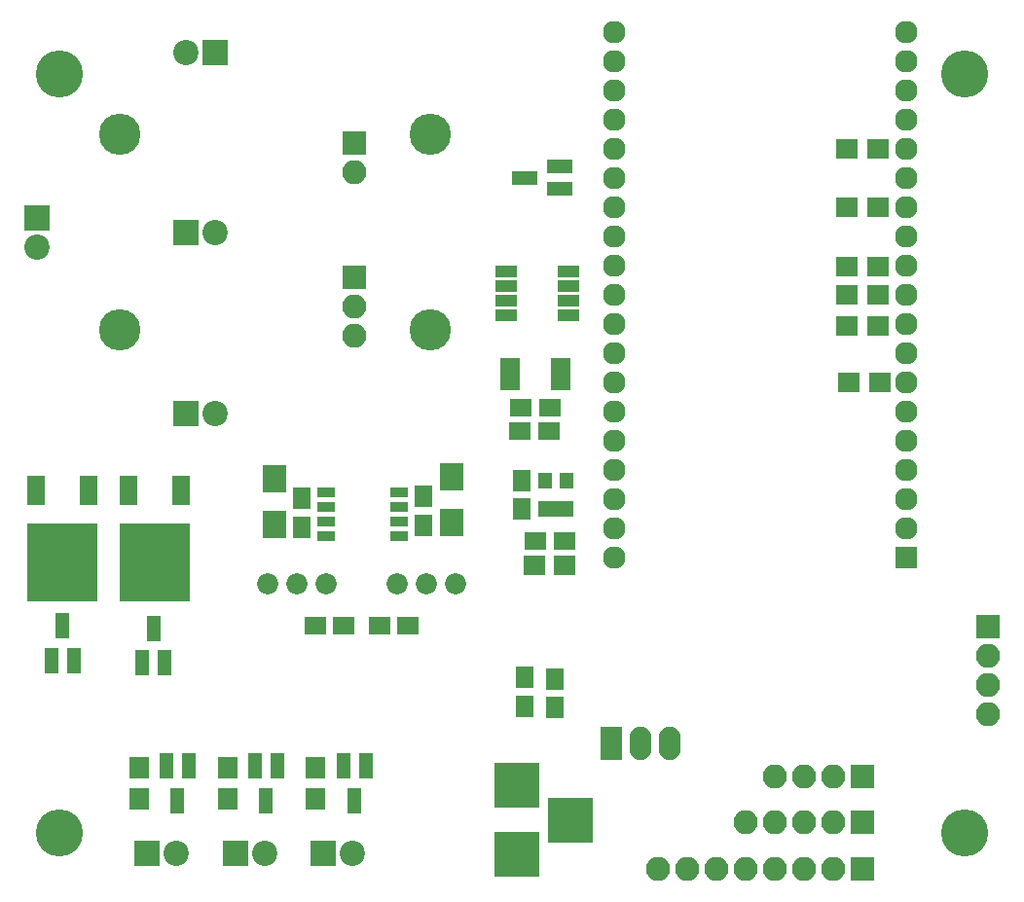
<source format=gts>
G04 #@! TF.GenerationSoftware,KiCad,Pcbnew,(5.0.0)*
G04 #@! TF.CreationDate,2018-12-05T14:54:44-08:00*
G04 #@! TF.ProjectId,TestPlatformBoard,54657374506C6174666F726D426F6172,rev?*
G04 #@! TF.SameCoordinates,Original*
G04 #@! TF.FileFunction,Soldermask,Top*
G04 #@! TF.FilePolarity,Negative*
%FSLAX46Y46*%
G04 Gerber Fmt 4.6, Leading zero omitted, Abs format (unit mm)*
G04 Created by KiCad (PCBNEW (5.0.0)) date 12/05/18 14:54:44*
%MOMM*%
%LPD*%
G01*
G04 APERTURE LIST*
%ADD10R,1.900000X1.700000*%
%ADD11R,1.200000X2.300000*%
%ADD12C,1.960000*%
%ADD13R,1.960000X1.960000*%
%ADD14R,1.650000X1.900000*%
%ADD15R,1.700000X1.900000*%
%ADD16R,1.800000X0.850000*%
%ADD17R,1.925000X1.050000*%
%ADD18O,2.100000X2.100000*%
%ADD19R,2.100000X2.100000*%
%ADD20R,1.200000X1.400000*%
%ADD21R,1.000000X1.400000*%
%ADD22R,1.600000X2.600000*%
%ADD23R,6.200000X6.800000*%
%ADD24R,2.200000X2.200000*%
%ADD25C,2.200000*%
%ADD26R,1.900000X1.650000*%
%ADD27R,2.300000X1.200000*%
%ADD28C,1.840000*%
%ADD29R,2.100000X2.400000*%
%ADD30R,1.543000X0.908000*%
%ADD31R,3.900000X3.900000*%
%ADD32C,4.100000*%
%ADD33C,3.600000*%
%ADD34O,1.900000X2.900000*%
%ADD35R,1.900000X2.900000*%
G04 APERTURE END LIST*
D10*
G04 #@! TO.C,R4*
X76350000Y-27000000D03*
X73650000Y-27000000D03*
G04 #@! TD*
D11*
G04 #@! TO.C,Q1*
X12350000Y-56300000D03*
X14250000Y-56300000D03*
X13300000Y-53300000D03*
G04 #@! TD*
D12*
G04 #@! TO.C,U1*
X53400000Y-1440000D03*
X53400000Y-3980000D03*
X53400000Y-6520000D03*
X53400000Y-9060000D03*
X53400000Y-11600000D03*
X53400000Y-14140000D03*
X53400000Y-16680000D03*
X53400000Y-19220000D03*
X53400000Y-21760000D03*
X53400000Y-24300000D03*
X53400000Y-26840000D03*
X53400000Y-29380000D03*
X53400000Y-31920000D03*
X53400000Y-34460000D03*
X53400000Y-37000000D03*
X53400000Y-39540000D03*
X53400000Y-42080000D03*
X53400000Y-44620000D03*
X53400000Y-47160000D03*
X78800000Y-3980000D03*
X78800000Y-6520000D03*
X78800000Y-9060000D03*
X78800000Y-11600000D03*
X78800000Y-14140000D03*
X78800000Y-16680000D03*
X78800000Y-19220000D03*
X78800000Y-21760000D03*
X78800000Y-24300000D03*
X78800000Y-26840000D03*
X78800000Y-29380000D03*
X78800000Y-31920000D03*
X78800000Y-34460000D03*
X78800000Y-37000000D03*
X78800000Y-39540000D03*
X78800000Y-42080000D03*
X78800000Y-1440000D03*
X78800000Y-44620000D03*
D13*
X78800000Y-47160000D03*
G04 #@! TD*
D14*
G04 #@! TO.C,C9*
X36800000Y-44350000D03*
X36800000Y-41850000D03*
G04 #@! TD*
G04 #@! TO.C,C10*
X26200000Y-42000000D03*
X26200000Y-44500000D03*
G04 #@! TD*
D10*
G04 #@! TO.C,R1*
X76350000Y-16700000D03*
X73650000Y-16700000D03*
G04 #@! TD*
D15*
G04 #@! TO.C,R5*
X27400000Y-68150000D03*
X27400000Y-65450000D03*
G04 #@! TD*
D10*
G04 #@! TO.C,R6*
X73650000Y-21800000D03*
X76350000Y-21800000D03*
G04 #@! TD*
G04 #@! TO.C,R2*
X76350000Y-11600000D03*
X73650000Y-11600000D03*
G04 #@! TD*
G04 #@! TO.C,R8*
X73650000Y-24300000D03*
X76350000Y-24300000D03*
G04 #@! TD*
D15*
G04 #@! TO.C,R7*
X12100000Y-68150000D03*
X12100000Y-65450000D03*
G04 #@! TD*
D10*
G04 #@! TO.C,R3*
X76450000Y-31950000D03*
X73750000Y-31950000D03*
G04 #@! TD*
D16*
G04 #@! TO.C,IC4*
X44300000Y-30200000D03*
X44300000Y-30850000D03*
X44300000Y-31500000D03*
X44300000Y-32150000D03*
X48700000Y-32150000D03*
X48700000Y-31500000D03*
X48700000Y-30850000D03*
X48700000Y-30200000D03*
G04 #@! TD*
D17*
G04 #@! TO.C,IC5*
X43988000Y-22295000D03*
X43988000Y-23565000D03*
X43988000Y-24835000D03*
X43988000Y-26105000D03*
X49412000Y-26105000D03*
X49412000Y-24835000D03*
X49412000Y-23565000D03*
X49412000Y-22295000D03*
G04 #@! TD*
D18*
G04 #@! TO.C,J1*
X85900000Y-60820000D03*
X85900000Y-58280000D03*
X85900000Y-55740000D03*
D19*
X85900000Y-53200000D03*
G04 #@! TD*
D18*
G04 #@! TO.C,J2*
X30800000Y-13640000D03*
D19*
X30800000Y-11100000D03*
G04 #@! TD*
D20*
G04 #@! TO.C,IC3*
X47350000Y-42900000D03*
D21*
X48300000Y-42900000D03*
D20*
X49250000Y-42900000D03*
X49250000Y-40500000D03*
X47350000Y-40500000D03*
G04 #@! TD*
D22*
G04 #@! TO.C,IC1*
X15680000Y-41300000D03*
X11120000Y-41300000D03*
D23*
X13400000Y-47600000D03*
G04 #@! TD*
G04 #@! TO.C,IC2*
X5400000Y-47600000D03*
D22*
X3120000Y-41300000D03*
X7680000Y-41300000D03*
G04 #@! TD*
D24*
G04 #@! TO.C,D4*
X16100000Y-18850000D03*
D25*
X18640000Y-18850000D03*
G04 #@! TD*
G04 #@! TO.C,D5*
X16100000Y-3175000D03*
D24*
X18640000Y-3175000D03*
G04 #@! TD*
D25*
G04 #@! TO.C,D7*
X22940000Y-72900000D03*
D24*
X20400000Y-72900000D03*
G04 #@! TD*
D14*
G04 #@! TO.C,C8*
X45300000Y-42950000D03*
X45300000Y-40450000D03*
G04 #@! TD*
D26*
G04 #@! TO.C,C6*
X45250000Y-34100000D03*
X47750000Y-34100000D03*
G04 #@! TD*
G04 #@! TO.C,C7*
X47700000Y-36100000D03*
X45200000Y-36100000D03*
G04 #@! TD*
G04 #@! TO.C,C5*
X49050000Y-45700000D03*
X46550000Y-45700000D03*
G04 #@! TD*
D10*
G04 #@! TO.C,JP1*
X46400000Y-47800000D03*
X49100000Y-47800000D03*
G04 #@! TD*
D18*
G04 #@! TO.C,J3*
X30800000Y-27880000D03*
X30800000Y-25340000D03*
D19*
X30800000Y-22800000D03*
G04 #@! TD*
D27*
G04 #@! TO.C,Q3*
X48600000Y-15050000D03*
X48600000Y-13150000D03*
X45600000Y-14100000D03*
G04 #@! TD*
D11*
G04 #@! TO.C,Q6*
X23100000Y-68300000D03*
X22150000Y-65300000D03*
X24050000Y-65300000D03*
G04 #@! TD*
G04 #@! TO.C,Q2*
X30800000Y-68300000D03*
X29850000Y-65300000D03*
X31750000Y-65300000D03*
G04 #@! TD*
D18*
G04 #@! TO.C,J5*
X57220000Y-74200000D03*
X59760000Y-74200000D03*
X62300000Y-74200000D03*
X64840000Y-74200000D03*
X67380000Y-74200000D03*
X69920000Y-74200000D03*
X72460000Y-74200000D03*
D19*
X75000000Y-74200000D03*
G04 #@! TD*
D11*
G04 #@! TO.C,Q5*
X4450000Y-56100000D03*
X6350000Y-56100000D03*
X5400000Y-53100000D03*
G04 #@! TD*
G04 #@! TO.C,Q4*
X15400000Y-68300000D03*
X14450000Y-65300000D03*
X16350000Y-65300000D03*
G04 #@! TD*
D26*
G04 #@! TO.C,C1*
X27350000Y-53100000D03*
X29850000Y-53100000D03*
G04 #@! TD*
D14*
G04 #@! TO.C,C4*
X45600000Y-57600000D03*
X45600000Y-60100000D03*
G04 #@! TD*
D26*
G04 #@! TO.C,C2*
X32950000Y-53100000D03*
X35450000Y-53100000D03*
G04 #@! TD*
D14*
G04 #@! TO.C,C3*
X48200000Y-60200000D03*
X48200000Y-57700000D03*
G04 #@! TD*
D28*
G04 #@! TO.C,RV1*
X39580000Y-49400000D03*
X37040000Y-49400000D03*
X34500000Y-49400000D03*
G04 #@! TD*
D29*
G04 #@! TO.C,R11*
X23800000Y-40300000D03*
X23800000Y-44300000D03*
G04 #@! TD*
D15*
G04 #@! TO.C,R9*
X19800000Y-68150000D03*
X19800000Y-65450000D03*
G04 #@! TD*
D29*
G04 #@! TO.C,R10*
X39200000Y-44100000D03*
X39200000Y-40100000D03*
G04 #@! TD*
D30*
G04 #@! TO.C,U3*
X34675000Y-45305000D03*
X34675000Y-44035000D03*
X34675000Y-42765000D03*
X34675000Y-41495000D03*
X28325000Y-41495000D03*
X28325000Y-42765000D03*
X28325000Y-44035000D03*
X28325000Y-45305000D03*
G04 #@! TD*
D28*
G04 #@! TO.C,RV2*
X28300000Y-49400000D03*
X25760000Y-49400000D03*
X23220000Y-49400000D03*
G04 #@! TD*
D31*
G04 #@! TO.C,J4*
X49600000Y-70000000D03*
X44900000Y-73000000D03*
X44900000Y-67000000D03*
G04 #@! TD*
D24*
G04 #@! TO.C,D1*
X16160000Y-34600000D03*
D25*
X18700000Y-34600000D03*
G04 #@! TD*
G04 #@! TO.C,D2*
X3175000Y-20140000D03*
D24*
X3175000Y-17600000D03*
G04 #@! TD*
D25*
G04 #@! TO.C,D3*
X30640000Y-72900000D03*
D24*
X28100000Y-72900000D03*
G04 #@! TD*
G04 #@! TO.C,D6*
X12700000Y-72900000D03*
D25*
X15240000Y-72900000D03*
G04 #@! TD*
D32*
G04 #@! TO.C,REF\002A\002A*
X83820000Y-5080000D03*
G04 #@! TD*
G04 #@! TO.C,REF\002A\002A*
X5080000Y-5080000D03*
G04 #@! TD*
G04 #@! TO.C,REF\002A\002A*
X5080000Y-71120000D03*
G04 #@! TD*
G04 #@! TO.C,REF\002A\002A*
X83820000Y-71120000D03*
G04 #@! TD*
D33*
G04 #@! TO.C,REF\002A\002A*
X10350000Y-10350000D03*
G04 #@! TD*
G04 #@! TO.C,REF\002A\002A*
X37350000Y-10350000D03*
G04 #@! TD*
G04 #@! TO.C,REF\002A\002A*
X10350000Y-27350000D03*
G04 #@! TD*
G04 #@! TO.C,REF\002A\002A*
X37350000Y-27350000D03*
G04 #@! TD*
D18*
G04 #@! TO.C,J6*
X64840000Y-70200000D03*
X67380000Y-70200000D03*
X69920000Y-70200000D03*
X72460000Y-70200000D03*
D19*
X75000000Y-70200000D03*
G04 #@! TD*
D18*
G04 #@! TO.C,J7*
X67380000Y-66200000D03*
X69920000Y-66200000D03*
X72460000Y-66200000D03*
D19*
X75000000Y-66200000D03*
G04 #@! TD*
D34*
G04 #@! TO.C,U2*
X58180000Y-63300000D03*
X55640000Y-63300000D03*
D35*
X53100000Y-63300000D03*
G04 #@! TD*
M02*

</source>
